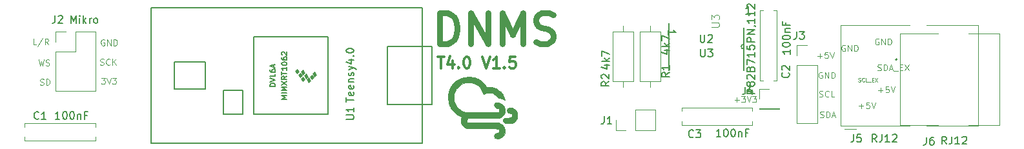
<source format=gbr>
G04 #@! TF.GenerationSoftware,KiCad,Pcbnew,5.1.5+dfsg1-2build2*
G04 #@! TF.CreationDate,2021-02-05T18:22:43+01:00*
G04 #@! TF.ProjectId,DNMS,444e4d53-2e6b-4696-9361-645f70636258,0.9.0*
G04 #@! TF.SameCoordinates,Original*
G04 #@! TF.FileFunction,Legend,Top*
G04 #@! TF.FilePolarity,Positive*
%FSLAX46Y46*%
G04 Gerber Fmt 4.6, Leading zero omitted, Abs format (unit mm)*
G04 Created by KiCad (PCBNEW 5.1.5+dfsg1-2build2) date 2021-02-05 18:22:43*
%MOMM*%
%LPD*%
G04 APERTURE LIST*
%ADD10C,0.100000*%
%ADD11C,0.080000*%
%ADD12C,0.150000*%
%ADD13C,0.300000*%
%ADD14C,0.750000*%
%ADD15C,0.200000*%
%ADD16C,0.120000*%
%ADD17C,0.010000*%
%ADD18C,0.152400*%
%ADD19C,0.015000*%
G04 APERTURE END LIST*
D10*
X173271432Y-83717089D02*
X173385718Y-83755184D01*
X173576194Y-83755184D01*
X173652384Y-83717089D01*
X173690480Y-83678994D01*
X173728575Y-83602803D01*
X173728575Y-83526613D01*
X173690480Y-83450422D01*
X173652384Y-83412327D01*
X173576194Y-83374232D01*
X173423813Y-83336137D01*
X173347622Y-83298041D01*
X173309527Y-83259946D01*
X173271432Y-83183756D01*
X173271432Y-83107565D01*
X173309527Y-83031375D01*
X173347622Y-82993280D01*
X173423813Y-82955184D01*
X173614289Y-82955184D01*
X173728575Y-82993280D01*
X174071432Y-83755184D02*
X174071432Y-82955184D01*
X174261908Y-82955184D01*
X174376194Y-82993280D01*
X174452384Y-83069470D01*
X174490480Y-83145660D01*
X174528575Y-83298041D01*
X174528575Y-83412327D01*
X174490480Y-83564708D01*
X174452384Y-83640899D01*
X174376194Y-83717089D01*
X174261908Y-83755184D01*
X174071432Y-83755184D01*
X174833337Y-83526613D02*
X175214289Y-83526613D01*
X174757146Y-83755184D02*
X175023813Y-82955184D01*
X175290480Y-83755184D01*
X175366670Y-83831375D02*
X175976194Y-83831375D01*
X176166670Y-83336137D02*
X176433337Y-83336137D01*
X176547622Y-83755184D02*
X176166670Y-83755184D01*
X176166670Y-82955184D01*
X176547622Y-82955184D01*
X176814289Y-82955184D02*
X177347622Y-83755184D01*
X177347622Y-82955184D02*
X176814289Y-83755184D01*
D11*
X170730860Y-85198400D02*
X170802288Y-85222210D01*
X170921336Y-85222210D01*
X170968955Y-85198400D01*
X170992764Y-85174591D01*
X171016574Y-85126972D01*
X171016574Y-85079353D01*
X170992764Y-85031734D01*
X170968955Y-85007924D01*
X170921336Y-84984115D01*
X170826098Y-84960305D01*
X170778479Y-84936496D01*
X170754669Y-84912686D01*
X170730860Y-84865067D01*
X170730860Y-84817448D01*
X170754669Y-84769829D01*
X170778479Y-84746020D01*
X170826098Y-84722210D01*
X170945145Y-84722210D01*
X171016574Y-84746020D01*
X171516574Y-85174591D02*
X171492764Y-85198400D01*
X171421336Y-85222210D01*
X171373717Y-85222210D01*
X171302288Y-85198400D01*
X171254669Y-85150781D01*
X171230860Y-85103162D01*
X171207050Y-85007924D01*
X171207050Y-84936496D01*
X171230860Y-84841258D01*
X171254669Y-84793639D01*
X171302288Y-84746020D01*
X171373717Y-84722210D01*
X171421336Y-84722210D01*
X171492764Y-84746020D01*
X171516574Y-84769829D01*
X171968955Y-85222210D02*
X171730860Y-85222210D01*
X171730860Y-84722210D01*
X172016574Y-85269829D02*
X172397526Y-85269829D01*
X172516574Y-84960305D02*
X172683240Y-84960305D01*
X172754669Y-85222210D02*
X172516574Y-85222210D01*
X172516574Y-84722210D01*
X172754669Y-84722210D01*
X172921336Y-84722210D02*
X173254669Y-85222210D01*
X173254669Y-84722210D02*
X172921336Y-85222210D01*
D10*
X170802428Y-88421202D02*
X171411952Y-88421202D01*
X171107190Y-88725964D02*
X171107190Y-88116440D01*
X172173857Y-87925964D02*
X171792904Y-87925964D01*
X171754809Y-88306917D01*
X171792904Y-88268821D01*
X171869095Y-88230726D01*
X172059571Y-88230726D01*
X172135761Y-88268821D01*
X172173857Y-88306917D01*
X172211952Y-88383107D01*
X172211952Y-88573583D01*
X172173857Y-88649774D01*
X172135761Y-88687869D01*
X172059571Y-88725964D01*
X171869095Y-88725964D01*
X171792904Y-88687869D01*
X171754809Y-88649774D01*
X172440523Y-87925964D02*
X172707190Y-88725964D01*
X172973857Y-87925964D01*
X173342428Y-86343482D02*
X173951952Y-86343482D01*
X173647190Y-86648244D02*
X173647190Y-86038720D01*
X174713857Y-85848244D02*
X174332904Y-85848244D01*
X174294809Y-86229197D01*
X174332904Y-86191101D01*
X174409095Y-86153006D01*
X174599571Y-86153006D01*
X174675761Y-86191101D01*
X174713857Y-86229197D01*
X174751952Y-86305387D01*
X174751952Y-86495863D01*
X174713857Y-86572054D01*
X174675761Y-86610149D01*
X174599571Y-86648244D01*
X174409095Y-86648244D01*
X174332904Y-86610149D01*
X174294809Y-86572054D01*
X174980523Y-85848244D02*
X175247190Y-86648244D01*
X175513857Y-85848244D01*
X168978656Y-80443120D02*
X168902465Y-80405024D01*
X168788180Y-80405024D01*
X168673894Y-80443120D01*
X168597703Y-80519310D01*
X168559608Y-80595500D01*
X168521513Y-80747881D01*
X168521513Y-80862167D01*
X168559608Y-81014548D01*
X168597703Y-81090739D01*
X168673894Y-81166929D01*
X168788180Y-81205024D01*
X168864370Y-81205024D01*
X168978656Y-81166929D01*
X169016751Y-81128834D01*
X169016751Y-80862167D01*
X168864370Y-80862167D01*
X169359608Y-81205024D02*
X169359608Y-80405024D01*
X169816751Y-81205024D01*
X169816751Y-80405024D01*
X170197703Y-81205024D02*
X170197703Y-80405024D01*
X170388180Y-80405024D01*
X170502465Y-80443120D01*
X170578656Y-80519310D01*
X170616751Y-80595500D01*
X170654846Y-80747881D01*
X170654846Y-80862167D01*
X170616751Y-81014548D01*
X170578656Y-81090739D01*
X170502465Y-81166929D01*
X170388180Y-81205024D01*
X170197703Y-81205024D01*
X173400796Y-79587140D02*
X173324605Y-79549044D01*
X173210320Y-79549044D01*
X173096034Y-79587140D01*
X173019843Y-79663330D01*
X172981748Y-79739520D01*
X172943653Y-79891901D01*
X172943653Y-80006187D01*
X172981748Y-80158568D01*
X173019843Y-80234759D01*
X173096034Y-80310949D01*
X173210320Y-80349044D01*
X173286510Y-80349044D01*
X173400796Y-80310949D01*
X173438891Y-80272854D01*
X173438891Y-80006187D01*
X173286510Y-80006187D01*
X173781748Y-80349044D02*
X173781748Y-79549044D01*
X174238891Y-80349044D01*
X174238891Y-79549044D01*
X174619843Y-80349044D02*
X174619843Y-79549044D01*
X174810320Y-79549044D01*
X174924605Y-79587140D01*
X175000796Y-79663330D01*
X175038891Y-79739520D01*
X175076986Y-79891901D01*
X175076986Y-80006187D01*
X175038891Y-80158568D01*
X175000796Y-80234759D01*
X174924605Y-80310949D01*
X174810320Y-80349044D01*
X174619843Y-80349044D01*
D12*
X173116050Y-93139520D02*
X172782717Y-92663330D01*
X172544621Y-93139520D02*
X172544621Y-92139520D01*
X172925574Y-92139520D01*
X173020812Y-92187140D01*
X173068431Y-92234759D01*
X173116050Y-92329997D01*
X173116050Y-92472854D01*
X173068431Y-92568092D01*
X173020812Y-92615711D01*
X172925574Y-92663330D01*
X172544621Y-92663330D01*
X173830336Y-92139520D02*
X173830336Y-92853806D01*
X173782717Y-92996663D01*
X173687479Y-93091901D01*
X173544621Y-93139520D01*
X173449383Y-93139520D01*
X174830336Y-93139520D02*
X174258907Y-93139520D01*
X174544621Y-93139520D02*
X174544621Y-92139520D01*
X174449383Y-92282378D01*
X174354145Y-92377616D01*
X174258907Y-92425235D01*
X175211288Y-92234759D02*
X175258907Y-92187140D01*
X175354145Y-92139520D01*
X175592240Y-92139520D01*
X175687479Y-92187140D01*
X175735098Y-92234759D01*
X175782717Y-92329997D01*
X175782717Y-92425235D01*
X175735098Y-92568092D01*
X175163669Y-93139520D01*
X175782717Y-93139520D01*
X67474364Y-77554080D02*
X67474364Y-76554080D01*
X67807698Y-77268366D01*
X68141031Y-76554080D01*
X68141031Y-77554080D01*
X68617221Y-77554080D02*
X68617221Y-76887414D01*
X68617221Y-76554080D02*
X68569602Y-76601700D01*
X68617221Y-76649319D01*
X68664840Y-76601700D01*
X68617221Y-76554080D01*
X68617221Y-76649319D01*
X69093412Y-77554080D02*
X69093412Y-76554080D01*
X69188650Y-77173128D02*
X69474364Y-77554080D01*
X69474364Y-76887414D02*
X69093412Y-77268366D01*
X69902936Y-77554080D02*
X69902936Y-76887414D01*
X69902936Y-77077890D02*
X69950555Y-76982652D01*
X69998174Y-76935033D01*
X70093412Y-76887414D01*
X70188650Y-76887414D01*
X70664840Y-77554080D02*
X70569602Y-77506461D01*
X70521983Y-77458842D01*
X70474364Y-77363604D01*
X70474364Y-77077890D01*
X70521983Y-76982652D01*
X70569602Y-76935033D01*
X70664840Y-76887414D01*
X70807698Y-76887414D01*
X70902936Y-76935033D01*
X70950555Y-76982652D01*
X70998174Y-77077890D01*
X70998174Y-77363604D01*
X70950555Y-77458842D01*
X70902936Y-77506461D01*
X70807698Y-77554080D01*
X70664840Y-77554080D01*
X156546514Y-76322180D02*
X155975085Y-76322180D01*
X156260800Y-76322180D02*
X156260800Y-75322180D01*
X156165561Y-75465038D01*
X156070323Y-75560276D01*
X155975085Y-75607895D01*
X145800819Y-79051114D02*
X145800819Y-78479685D01*
X145800819Y-78765400D02*
X146800819Y-78765400D01*
X146657961Y-78670161D01*
X146562723Y-78574923D01*
X146515104Y-78479685D01*
D10*
X154485516Y-87610942D02*
X155095040Y-87610942D01*
X154790278Y-87915704D02*
X154790278Y-87306180D01*
X155399801Y-87115704D02*
X155895040Y-87115704D01*
X155628373Y-87420466D01*
X155742659Y-87420466D01*
X155818849Y-87458561D01*
X155856944Y-87496657D01*
X155895040Y-87572847D01*
X155895040Y-87763323D01*
X155856944Y-87839514D01*
X155818849Y-87877609D01*
X155742659Y-87915704D01*
X155514087Y-87915704D01*
X155437897Y-87877609D01*
X155399801Y-87839514D01*
X156123611Y-87115704D02*
X156390278Y-87915704D01*
X156656944Y-87115704D01*
X156847420Y-87115704D02*
X157342659Y-87115704D01*
X157075992Y-87420466D01*
X157190278Y-87420466D01*
X157266468Y-87458561D01*
X157304563Y-87496657D01*
X157342659Y-87572847D01*
X157342659Y-87763323D01*
X157304563Y-87839514D01*
X157266468Y-87877609D01*
X157190278Y-87915704D01*
X156961706Y-87915704D01*
X156885516Y-87877609D01*
X156847420Y-87839514D01*
X62953971Y-80371904D02*
X62573019Y-80371904D01*
X62573019Y-79571904D01*
X63792066Y-79533809D02*
X63106352Y-80562380D01*
X64515876Y-80371904D02*
X64249209Y-79990952D01*
X64058733Y-80371904D02*
X64058733Y-79571904D01*
X64363495Y-79571904D01*
X64439685Y-79610000D01*
X64477780Y-79648095D01*
X64515876Y-79724285D01*
X64515876Y-79838571D01*
X64477780Y-79914761D01*
X64439685Y-79952857D01*
X64363495Y-79990952D01*
X64058733Y-79990952D01*
X63233390Y-82315104D02*
X63423866Y-83115104D01*
X63576247Y-82543676D01*
X63728628Y-83115104D01*
X63919104Y-82315104D01*
X64185771Y-83077009D02*
X64300057Y-83115104D01*
X64490533Y-83115104D01*
X64566723Y-83077009D01*
X64604819Y-83038914D01*
X64642914Y-82962723D01*
X64642914Y-82886533D01*
X64604819Y-82810342D01*
X64566723Y-82772247D01*
X64490533Y-82734152D01*
X64338152Y-82696057D01*
X64261961Y-82657961D01*
X64223866Y-82619866D01*
X64185771Y-82543676D01*
X64185771Y-82467485D01*
X64223866Y-82391295D01*
X64261961Y-82353200D01*
X64338152Y-82315104D01*
X64528628Y-82315104D01*
X64642914Y-82353200D01*
X63455628Y-85617009D02*
X63569914Y-85655104D01*
X63760390Y-85655104D01*
X63836580Y-85617009D01*
X63874676Y-85578914D01*
X63912771Y-85502723D01*
X63912771Y-85426533D01*
X63874676Y-85350342D01*
X63836580Y-85312247D01*
X63760390Y-85274152D01*
X63608009Y-85236057D01*
X63531819Y-85197961D01*
X63493723Y-85159866D01*
X63455628Y-85083676D01*
X63455628Y-85007485D01*
X63493723Y-84931295D01*
X63531819Y-84893200D01*
X63608009Y-84855104D01*
X63798485Y-84855104D01*
X63912771Y-84893200D01*
X64255628Y-85655104D02*
X64255628Y-84855104D01*
X64446104Y-84855104D01*
X64560390Y-84893200D01*
X64636580Y-84969390D01*
X64674676Y-85045580D01*
X64712771Y-85197961D01*
X64712771Y-85312247D01*
X64674676Y-85464628D01*
X64636580Y-85540819D01*
X64560390Y-85617009D01*
X64446104Y-85655104D01*
X64255628Y-85655104D01*
D13*
X115534774Y-81949551D02*
X116391917Y-81949551D01*
X115963345Y-83449551D02*
X115963345Y-81949551D01*
X117534774Y-82449551D02*
X117534774Y-83449551D01*
X117177631Y-81878122D02*
X116820488Y-82949551D01*
X117749060Y-82949551D01*
X118320488Y-83306694D02*
X118391917Y-83378122D01*
X118320488Y-83449551D01*
X118249060Y-83378122D01*
X118320488Y-83306694D01*
X118320488Y-83449551D01*
X119320488Y-81949551D02*
X119463345Y-81949551D01*
X119606202Y-82020980D01*
X119677631Y-82092408D01*
X119749060Y-82235265D01*
X119820488Y-82520980D01*
X119820488Y-82878122D01*
X119749060Y-83163837D01*
X119677631Y-83306694D01*
X119606202Y-83378122D01*
X119463345Y-83449551D01*
X119320488Y-83449551D01*
X119177631Y-83378122D01*
X119106202Y-83306694D01*
X119034774Y-83163837D01*
X118963345Y-82878122D01*
X118963345Y-82520980D01*
X119034774Y-82235265D01*
X119106202Y-82092408D01*
X119177631Y-82020980D01*
X119320488Y-81949551D01*
X121391917Y-81949551D02*
X121891917Y-83449551D01*
X122391917Y-81949551D01*
X123677631Y-83449551D02*
X122820488Y-83449551D01*
X123249060Y-83449551D02*
X123249060Y-81949551D01*
X123106202Y-82163837D01*
X122963345Y-82306694D01*
X122820488Y-82378122D01*
X124320488Y-83306694D02*
X124391917Y-83378122D01*
X124320488Y-83449551D01*
X124249060Y-83378122D01*
X124320488Y-83306694D01*
X124320488Y-83449551D01*
X125749060Y-81949551D02*
X125034774Y-81949551D01*
X124963345Y-82663837D01*
X125034774Y-82592408D01*
X125177631Y-82520980D01*
X125534774Y-82520980D01*
X125677631Y-82592408D01*
X125749060Y-82663837D01*
X125820488Y-82806694D01*
X125820488Y-83163837D01*
X125749060Y-83306694D01*
X125677631Y-83378122D01*
X125534774Y-83449551D01*
X125177631Y-83449551D01*
X125034774Y-83378122D01*
X124963345Y-83306694D01*
D10*
X71450323Y-84728104D02*
X71945561Y-84728104D01*
X71678895Y-85032866D01*
X71793180Y-85032866D01*
X71869371Y-85070961D01*
X71907466Y-85109057D01*
X71945561Y-85185247D01*
X71945561Y-85375723D01*
X71907466Y-85451914D01*
X71869371Y-85490009D01*
X71793180Y-85528104D01*
X71564609Y-85528104D01*
X71488419Y-85490009D01*
X71450323Y-85451914D01*
X72174133Y-84728104D02*
X72440800Y-85528104D01*
X72707466Y-84728104D01*
X72897942Y-84728104D02*
X73393180Y-84728104D01*
X73126514Y-85032866D01*
X73240800Y-85032866D01*
X73316990Y-85070961D01*
X73355085Y-85109057D01*
X73393180Y-85185247D01*
X73393180Y-85375723D01*
X73355085Y-85451914D01*
X73316990Y-85490009D01*
X73240800Y-85528104D01*
X73012228Y-85528104D01*
X72936038Y-85490009D01*
X72897942Y-85451914D01*
X71336028Y-83000809D02*
X71450314Y-83038904D01*
X71640790Y-83038904D01*
X71716980Y-83000809D01*
X71755076Y-82962714D01*
X71793171Y-82886523D01*
X71793171Y-82810333D01*
X71755076Y-82734142D01*
X71716980Y-82696047D01*
X71640790Y-82657952D01*
X71488409Y-82619857D01*
X71412219Y-82581761D01*
X71374123Y-82543666D01*
X71336028Y-82467476D01*
X71336028Y-82391285D01*
X71374123Y-82315095D01*
X71412219Y-82277000D01*
X71488409Y-82238904D01*
X71678885Y-82238904D01*
X71793171Y-82277000D01*
X72593171Y-82962714D02*
X72555076Y-83000809D01*
X72440790Y-83038904D01*
X72364600Y-83038904D01*
X72250314Y-83000809D01*
X72174123Y-82924619D01*
X72136028Y-82848428D01*
X72097933Y-82696047D01*
X72097933Y-82581761D01*
X72136028Y-82429380D01*
X72174123Y-82353190D01*
X72250314Y-82277000D01*
X72364600Y-82238904D01*
X72440790Y-82238904D01*
X72555076Y-82277000D01*
X72593171Y-82315095D01*
X72936028Y-83038904D02*
X72936028Y-82238904D01*
X73393171Y-83038904D02*
X73050314Y-82581761D01*
X73393171Y-82238904D02*
X72936028Y-82696047D01*
X71856676Y-79711600D02*
X71780485Y-79673504D01*
X71666200Y-79673504D01*
X71551914Y-79711600D01*
X71475723Y-79787790D01*
X71437628Y-79863980D01*
X71399533Y-80016361D01*
X71399533Y-80130647D01*
X71437628Y-80283028D01*
X71475723Y-80359219D01*
X71551914Y-80435409D01*
X71666200Y-80473504D01*
X71742390Y-80473504D01*
X71856676Y-80435409D01*
X71894771Y-80397314D01*
X71894771Y-80130647D01*
X71742390Y-80130647D01*
X72237628Y-80473504D02*
X72237628Y-79673504D01*
X72694771Y-80473504D01*
X72694771Y-79673504D01*
X73075723Y-80473504D02*
X73075723Y-79673504D01*
X73266200Y-79673504D01*
X73380485Y-79711600D01*
X73456676Y-79787790D01*
X73494771Y-79863980D01*
X73532866Y-80016361D01*
X73532866Y-80130647D01*
X73494771Y-80283028D01*
X73456676Y-80359219D01*
X73380485Y-80435409D01*
X73266200Y-80473504D01*
X73075723Y-80473504D01*
X165713531Y-89876589D02*
X165827817Y-89914684D01*
X166018293Y-89914684D01*
X166094483Y-89876589D01*
X166132579Y-89838494D01*
X166170674Y-89762303D01*
X166170674Y-89686113D01*
X166132579Y-89609922D01*
X166094483Y-89571827D01*
X166018293Y-89533732D01*
X165865912Y-89495637D01*
X165789721Y-89457541D01*
X165751626Y-89419446D01*
X165713531Y-89343256D01*
X165713531Y-89267065D01*
X165751626Y-89190875D01*
X165789721Y-89152780D01*
X165865912Y-89114684D01*
X166056388Y-89114684D01*
X166170674Y-89152780D01*
X166513531Y-89914684D02*
X166513531Y-89114684D01*
X166704007Y-89114684D01*
X166818293Y-89152780D01*
X166894483Y-89228970D01*
X166932579Y-89305160D01*
X166970674Y-89457541D01*
X166970674Y-89571827D01*
X166932579Y-89724208D01*
X166894483Y-89800399D01*
X166818293Y-89876589D01*
X166704007Y-89914684D01*
X166513531Y-89914684D01*
X167275436Y-89686113D02*
X167656388Y-89686113D01*
X167199245Y-89914684D02*
X167465912Y-89114684D01*
X167732579Y-89914684D01*
X165600499Y-87171489D02*
X165714784Y-87209584D01*
X165905260Y-87209584D01*
X165981451Y-87171489D01*
X166019546Y-87133394D01*
X166057641Y-87057203D01*
X166057641Y-86981013D01*
X166019546Y-86904822D01*
X165981451Y-86866727D01*
X165905260Y-86828632D01*
X165752880Y-86790537D01*
X165676689Y-86752441D01*
X165638594Y-86714346D01*
X165600499Y-86638156D01*
X165600499Y-86561965D01*
X165638594Y-86485775D01*
X165676689Y-86447680D01*
X165752880Y-86409584D01*
X165943356Y-86409584D01*
X166057641Y-86447680D01*
X166857641Y-87133394D02*
X166819546Y-87171489D01*
X166705260Y-87209584D01*
X166629070Y-87209584D01*
X166514784Y-87171489D01*
X166438594Y-87095299D01*
X166400499Y-87019108D01*
X166362403Y-86866727D01*
X166362403Y-86752441D01*
X166400499Y-86600060D01*
X166438594Y-86523870D01*
X166514784Y-86447680D01*
X166629070Y-86409584D01*
X166705260Y-86409584D01*
X166819546Y-86447680D01*
X166857641Y-86485775D01*
X167581451Y-87209584D02*
X167200499Y-87209584D01*
X167200499Y-86409584D01*
X165976376Y-84006740D02*
X165900185Y-83968644D01*
X165785900Y-83968644D01*
X165671614Y-84006740D01*
X165595423Y-84082930D01*
X165557328Y-84159120D01*
X165519233Y-84311501D01*
X165519233Y-84425787D01*
X165557328Y-84578168D01*
X165595423Y-84654359D01*
X165671614Y-84730549D01*
X165785900Y-84768644D01*
X165862090Y-84768644D01*
X165976376Y-84730549D01*
X166014471Y-84692454D01*
X166014471Y-84425787D01*
X165862090Y-84425787D01*
X166357328Y-84768644D02*
X166357328Y-83968644D01*
X166814471Y-84768644D01*
X166814471Y-83968644D01*
X167195423Y-84768644D02*
X167195423Y-83968644D01*
X167385900Y-83968644D01*
X167500185Y-84006740D01*
X167576376Y-84082930D01*
X167614471Y-84159120D01*
X167652566Y-84311501D01*
X167652566Y-84425787D01*
X167614471Y-84578168D01*
X167576376Y-84654359D01*
X167500185Y-84730549D01*
X167385900Y-84768644D01*
X167195423Y-84768644D01*
X165361748Y-81824822D02*
X165971272Y-81824822D01*
X165666510Y-82129584D02*
X165666510Y-81520060D01*
X166733177Y-81329584D02*
X166352224Y-81329584D01*
X166314129Y-81710537D01*
X166352224Y-81672441D01*
X166428415Y-81634346D01*
X166618891Y-81634346D01*
X166695081Y-81672441D01*
X166733177Y-81710537D01*
X166771272Y-81786727D01*
X166771272Y-81977203D01*
X166733177Y-82053394D01*
X166695081Y-82091489D01*
X166618891Y-82129584D01*
X166428415Y-82129584D01*
X166352224Y-82091489D01*
X166314129Y-82053394D01*
X166999843Y-81329584D02*
X167266510Y-82129584D01*
X167533177Y-81329584D01*
D14*
X115869366Y-80219323D02*
X115869366Y-76219323D01*
X116821747Y-76219323D01*
X117393176Y-76409800D01*
X117774128Y-76790752D01*
X117964604Y-77171704D01*
X118155080Y-77933609D01*
X118155080Y-78505038D01*
X117964604Y-79266942D01*
X117774128Y-79647895D01*
X117393176Y-80028847D01*
X116821747Y-80219323D01*
X115869366Y-80219323D01*
X119869366Y-80219323D02*
X119869366Y-76219323D01*
X122155080Y-80219323D01*
X122155080Y-76219323D01*
X124059842Y-80219323D02*
X124059842Y-76219323D01*
X125393176Y-79076466D01*
X126726509Y-76219323D01*
X126726509Y-80219323D01*
X128440795Y-80028847D02*
X129012223Y-80219323D01*
X129964604Y-80219323D01*
X130345557Y-80028847D01*
X130536033Y-79838371D01*
X130726509Y-79457419D01*
X130726509Y-79076466D01*
X130536033Y-78695514D01*
X130345557Y-78505038D01*
X129964604Y-78314561D01*
X129202700Y-78124085D01*
X128821747Y-77933609D01*
X128631271Y-77743133D01*
X128440795Y-77362180D01*
X128440795Y-76981228D01*
X128631271Y-76600276D01*
X128821747Y-76409800D01*
X129202700Y-76219323D01*
X130155080Y-76219323D01*
X130726509Y-76409800D01*
D10*
X181202480Y-90912200D02*
X176202480Y-90912200D01*
X176202480Y-90912200D02*
X176202480Y-78912200D01*
X176202480Y-78912200D02*
X181202480Y-78912200D01*
X185202480Y-90912200D02*
X189202480Y-90912200D01*
X189202480Y-90912200D02*
X189202480Y-78912200D01*
X189202480Y-78912200D02*
X185202480Y-78912200D01*
D15*
X175702480Y-82412200D02*
X175702480Y-82412200D01*
X175702480Y-82212200D02*
X175702480Y-82212200D01*
X175702480Y-82212200D02*
G75*
G03X175702480Y-82412200I0J-100000D01*
G01*
X175702480Y-82412200D02*
G75*
G03X175702480Y-82212200I0J100000D01*
G01*
D16*
X168406440Y-90998560D02*
X168406440Y-77798560D01*
X168406440Y-77798560D02*
X177426440Y-77798560D01*
D10*
X186286440Y-77798560D02*
X186406440Y-77798560D01*
D16*
X186406440Y-77798560D02*
X179626440Y-77798560D01*
D10*
X186396440Y-77798560D02*
X186406440Y-77798560D01*
D16*
X186406440Y-77798560D02*
X186406440Y-90998560D01*
X186406440Y-90998560D02*
X179626440Y-90998560D01*
D10*
X177356440Y-90998560D02*
X177426440Y-90998560D01*
D16*
X177426440Y-90998560D02*
X168406440Y-90998560D01*
X170406440Y-91468560D02*
X168876440Y-91468560D01*
X157699400Y-86147600D02*
X159029400Y-86147600D01*
X157699400Y-87477600D02*
X157699400Y-86147600D01*
X157699400Y-88747600D02*
X160359400Y-88747600D01*
X160359400Y-88747600D02*
X160359400Y-88807600D01*
X157699400Y-88747600D02*
X157699400Y-88807600D01*
X157699400Y-88807600D02*
X160359400Y-88807600D01*
X147542200Y-88650200D02*
X156782200Y-88650200D01*
X147542200Y-90890200D02*
X156782200Y-90890200D01*
X147542200Y-88650200D02*
X147542200Y-89105200D01*
X147542200Y-90435200D02*
X147542200Y-90890200D01*
X156782200Y-88650200D02*
X156782200Y-89105200D01*
X156782200Y-90435200D02*
X156782200Y-90890200D01*
X157807800Y-85080400D02*
X157807800Y-75840400D01*
X160047800Y-85080400D02*
X160047800Y-75840400D01*
X157807800Y-85080400D02*
X158262800Y-85080400D01*
X159592800Y-85080400D02*
X160047800Y-85080400D01*
X157807800Y-75840400D02*
X158262800Y-75840400D01*
X159592800Y-75840400D02*
X160047800Y-75840400D01*
X70669200Y-92947400D02*
X61429200Y-92947400D01*
X70669200Y-90707400D02*
X61429200Y-90707400D01*
X70669200Y-92947400D02*
X70669200Y-92492400D01*
X70669200Y-91162400D02*
X70669200Y-90707400D01*
X61429200Y-92947400D02*
X61429200Y-92492400D01*
X61429200Y-91162400D02*
X61429200Y-90707400D01*
D10*
G36*
X99669600Y-84302600D02*
G01*
X99415600Y-84556600D01*
X99161600Y-84175600D01*
X99415600Y-83921600D01*
X99669600Y-84302600D01*
G37*
X99669600Y-84302600D02*
X99415600Y-84556600D01*
X99161600Y-84175600D01*
X99415600Y-83921600D01*
X99669600Y-84302600D01*
G36*
X99288600Y-84683600D02*
G01*
X99034600Y-84937600D01*
X98780600Y-84556600D01*
X99034600Y-84302600D01*
X99288600Y-84683600D01*
G37*
X99288600Y-84683600D02*
X99034600Y-84937600D01*
X98780600Y-84556600D01*
X99034600Y-84302600D01*
X99288600Y-84683600D01*
G36*
X97383600Y-83921600D02*
G01*
X97129600Y-84175600D01*
X96875600Y-83794600D01*
X97129600Y-83540600D01*
X97383600Y-83921600D01*
G37*
X97383600Y-83921600D02*
X97129600Y-84175600D01*
X96875600Y-83794600D01*
X97129600Y-83540600D01*
X97383600Y-83921600D01*
G36*
X97764600Y-84429600D02*
G01*
X97510600Y-84683600D01*
X97256600Y-84302600D01*
X97510600Y-84048600D01*
X97764600Y-84429600D01*
G37*
X97764600Y-84429600D02*
X97510600Y-84683600D01*
X97256600Y-84302600D01*
X97510600Y-84048600D01*
X97764600Y-84429600D01*
G36*
X98145600Y-84937600D02*
G01*
X97891600Y-85191600D01*
X97637600Y-84810600D01*
X97891600Y-84556600D01*
X98145600Y-84937600D01*
G37*
X98145600Y-84937600D02*
X97891600Y-85191600D01*
X97637600Y-84810600D01*
X97891600Y-84556600D01*
X98145600Y-84937600D01*
G36*
X98145600Y-84048600D02*
G01*
X97891600Y-84302600D01*
X97637600Y-83921600D01*
X97891600Y-83667600D01*
X98145600Y-84048600D01*
G37*
X98145600Y-84048600D02*
X97891600Y-84302600D01*
X97637600Y-83921600D01*
X97891600Y-83667600D01*
X98145600Y-84048600D01*
G36*
X98526600Y-84556600D02*
G01*
X98272600Y-84810600D01*
X98018600Y-84429600D01*
X98272600Y-84175600D01*
X98526600Y-84556600D01*
G37*
X98526600Y-84556600D02*
X98272600Y-84810600D01*
X98018600Y-84429600D01*
X98272600Y-84175600D01*
X98526600Y-84556600D01*
G36*
X98907600Y-85064600D02*
G01*
X98653600Y-85318600D01*
X98399600Y-84937600D01*
X98653600Y-84683600D01*
X98907600Y-85064600D01*
G37*
X98907600Y-85064600D02*
X98653600Y-85318600D01*
X98399600Y-84937600D01*
X98653600Y-84683600D01*
X98907600Y-85064600D01*
D12*
X90017600Y-86334600D02*
X90017600Y-89509600D01*
X87477600Y-86334600D02*
X90017600Y-86334600D01*
X87477600Y-89509600D02*
X87477600Y-86334600D01*
X90017600Y-89509600D02*
X87477600Y-89509600D01*
X113512600Y-75539600D02*
X113512600Y-93319600D01*
X77952600Y-75539600D02*
X113512600Y-75539600D01*
X77952600Y-93319600D02*
X77952600Y-75539600D01*
X113512600Y-93319600D02*
X77952600Y-93319600D01*
X91414600Y-79349600D02*
X101193600Y-79349600D01*
X91414600Y-89509600D02*
X101193600Y-89509600D01*
X101193600Y-89509600D02*
X101193600Y-79349600D01*
X91414600Y-79349600D02*
X91414600Y-89509600D01*
X85064600Y-86207600D02*
X81000600Y-86207600D01*
X85064600Y-82651600D02*
X85064600Y-86207600D01*
X81000600Y-82651600D02*
X85064600Y-82651600D01*
X81000600Y-86207600D02*
X81000600Y-82651600D01*
X108940600Y-80619600D02*
X113512600Y-80619600D01*
X108940600Y-88239600D02*
X113512600Y-88239600D01*
X108940600Y-80619600D02*
X108940600Y-88239600D01*
X114782600Y-88239600D02*
X113512600Y-88239600D01*
X114782600Y-80619600D02*
X114782600Y-88239600D01*
X113512600Y-80619600D02*
X114782600Y-80619600D01*
D16*
X65472000Y-78680000D02*
X66802000Y-78680000D01*
X65472000Y-80010000D02*
X65472000Y-78680000D01*
X68072000Y-78680000D02*
X70672000Y-78680000D01*
X68072000Y-81280000D02*
X68072000Y-78680000D01*
X65472000Y-81280000D02*
X68072000Y-81280000D01*
X70672000Y-78680000D02*
X70672000Y-86420000D01*
X65472000Y-81280000D02*
X65472000Y-86420000D01*
X65472000Y-86420000D02*
X70672000Y-86420000D01*
D17*
G36*
X125245429Y-88633740D02*
G01*
X125361483Y-88672012D01*
X125587414Y-88780127D01*
X125767540Y-88919529D01*
X125916516Y-89102100D01*
X125943053Y-89143528D01*
X125977482Y-89210671D01*
X126000380Y-89289588D01*
X126014816Y-89396584D01*
X126023860Y-89547968D01*
X126025086Y-89579396D01*
X126027066Y-89782801D01*
X126013032Y-89940347D01*
X125978765Y-90068572D01*
X125920047Y-90184011D01*
X125844085Y-90289050D01*
X125763277Y-90386765D01*
X125696138Y-90454704D01*
X125621535Y-90510392D01*
X125518334Y-90571355D01*
X125474425Y-90595604D01*
X125406744Y-90630562D01*
X125343835Y-90655035D01*
X125271966Y-90671211D01*
X125177406Y-90681276D01*
X125046426Y-90687419D01*
X124871175Y-90691707D01*
X124704259Y-90693029D01*
X124555778Y-90690356D01*
X124439477Y-90684213D01*
X124369103Y-90675125D01*
X124359622Y-90672175D01*
X124256093Y-90596387D01*
X124186647Y-90482656D01*
X124155067Y-90348846D01*
X124165139Y-90212820D01*
X124220648Y-90092444D01*
X124233413Y-90076507D01*
X124268982Y-90038488D01*
X124306856Y-90012464D01*
X124359969Y-89995385D01*
X124441258Y-89984203D01*
X124563659Y-89975866D01*
X124685851Y-89969852D01*
X124901053Y-89955732D01*
X125060659Y-89933541D01*
X125172456Y-89899082D01*
X125244231Y-89848155D01*
X125283768Y-89776563D01*
X125298854Y-89680107D01*
X125299800Y-89638819D01*
X125272801Y-89518833D01*
X125200914Y-89425744D01*
X125097801Y-89374122D01*
X125046126Y-89368300D01*
X124946587Y-89350398D01*
X124862120Y-89312750D01*
X124751492Y-89226616D01*
X124690580Y-89133804D01*
X124667315Y-89012979D01*
X124665856Y-88965799D01*
X124669489Y-88863960D01*
X124690243Y-88797976D01*
X124740416Y-88740386D01*
X124783159Y-88703861D01*
X124913875Y-88628955D01*
X125065747Y-88605703D01*
X125245429Y-88633740D01*
G37*
X125245429Y-88633740D02*
X125361483Y-88672012D01*
X125587414Y-88780127D01*
X125767540Y-88919529D01*
X125916516Y-89102100D01*
X125943053Y-89143528D01*
X125977482Y-89210671D01*
X126000380Y-89289588D01*
X126014816Y-89396584D01*
X126023860Y-89547968D01*
X126025086Y-89579396D01*
X126027066Y-89782801D01*
X126013032Y-89940347D01*
X125978765Y-90068572D01*
X125920047Y-90184011D01*
X125844085Y-90289050D01*
X125763277Y-90386765D01*
X125696138Y-90454704D01*
X125621535Y-90510392D01*
X125518334Y-90571355D01*
X125474425Y-90595604D01*
X125406744Y-90630562D01*
X125343835Y-90655035D01*
X125271966Y-90671211D01*
X125177406Y-90681276D01*
X125046426Y-90687419D01*
X124871175Y-90691707D01*
X124704259Y-90693029D01*
X124555778Y-90690356D01*
X124439477Y-90684213D01*
X124369103Y-90675125D01*
X124359622Y-90672175D01*
X124256093Y-90596387D01*
X124186647Y-90482656D01*
X124155067Y-90348846D01*
X124165139Y-90212820D01*
X124220648Y-90092444D01*
X124233413Y-90076507D01*
X124268982Y-90038488D01*
X124306856Y-90012464D01*
X124359969Y-89995385D01*
X124441258Y-89984203D01*
X124563659Y-89975866D01*
X124685851Y-89969852D01*
X124901053Y-89955732D01*
X125060659Y-89933541D01*
X125172456Y-89899082D01*
X125244231Y-89848155D01*
X125283768Y-89776563D01*
X125298854Y-89680107D01*
X125299800Y-89638819D01*
X125272801Y-89518833D01*
X125200914Y-89425744D01*
X125097801Y-89374122D01*
X125046126Y-89368300D01*
X124946587Y-89350398D01*
X124862120Y-89312750D01*
X124751492Y-89226616D01*
X124690580Y-89133804D01*
X124667315Y-89012979D01*
X124665856Y-88965799D01*
X124669489Y-88863960D01*
X124690243Y-88797976D01*
X124740416Y-88740386D01*
X124783159Y-88703861D01*
X124913875Y-88628955D01*
X125065747Y-88605703D01*
X125245429Y-88633740D01*
G36*
X119923959Y-84613785D02*
G01*
X120172561Y-84636623D01*
X120386919Y-84672640D01*
X120555714Y-84720161D01*
X120622696Y-84749368D01*
X120692621Y-84782081D01*
X120736859Y-84796097D01*
X120737216Y-84796104D01*
X120774244Y-84811125D01*
X120852235Y-84851196D01*
X120957457Y-84909111D01*
X121014399Y-84941590D01*
X121236402Y-85089034D01*
X121459445Y-85271646D01*
X121664931Y-85472369D01*
X121834260Y-85674149D01*
X121872887Y-85728851D01*
X122009754Y-85932147D01*
X122313339Y-85930727D01*
X122504246Y-85936491D01*
X122692030Y-85953917D01*
X122859861Y-85980583D01*
X122990908Y-86014069D01*
X123043657Y-86035781D01*
X123100056Y-86063429D01*
X123189620Y-86105470D01*
X123247784Y-86132195D01*
X123327139Y-86175548D01*
X123429992Y-86241610D01*
X123544125Y-86321235D01*
X123657318Y-86405275D01*
X123757353Y-86484581D01*
X123832011Y-86550007D01*
X123869073Y-86592403D01*
X123871050Y-86598819D01*
X123890690Y-86635939D01*
X123938755Y-86695464D01*
X123946550Y-86703997D01*
X124011268Y-86788867D01*
X124087053Y-86910429D01*
X124163897Y-87049800D01*
X124231794Y-87188099D01*
X124280735Y-87306443D01*
X124298498Y-87368050D01*
X124323177Y-87466433D01*
X124353860Y-87549281D01*
X124354488Y-87550564D01*
X124376583Y-87615165D01*
X124356993Y-87639394D01*
X124292734Y-87623786D01*
X124198702Y-87578502D01*
X124026880Y-87491214D01*
X123888513Y-87432033D01*
X123764344Y-87393660D01*
X123652356Y-87371440D01*
X123531175Y-87341992D01*
X123455839Y-87295699D01*
X123433770Y-87269314D01*
X123300012Y-87099473D01*
X123150771Y-86960316D01*
X122970406Y-86839610D01*
X122743273Y-86725117D01*
X122731023Y-86719611D01*
X122667190Y-86704963D01*
X122557848Y-86693453D01*
X122420967Y-86686627D01*
X122334148Y-86685425D01*
X122160775Y-86688923D01*
X122027541Y-86703180D01*
X121911288Y-86733836D01*
X121788860Y-86786533D01*
X121675401Y-86845902D01*
X121604118Y-86881842D01*
X121569066Y-86879232D01*
X121551694Y-86828600D01*
X121543205Y-86778397D01*
X121508230Y-86655521D01*
X121442673Y-86501974D01*
X121356219Y-86336187D01*
X121258555Y-86176586D01*
X121159369Y-86041600D01*
X121150182Y-86030683D01*
X120979183Y-85853786D01*
X120787607Y-85694552D01*
X120595515Y-85568846D01*
X120513028Y-85526885D01*
X120415670Y-85481849D01*
X120336169Y-85443768D01*
X120309773Y-85430418D01*
X120209336Y-85395612D01*
X120061090Y-85368065D01*
X119880477Y-85349394D01*
X119682935Y-85341216D01*
X119491904Y-85344728D01*
X119184578Y-85379443D01*
X118913459Y-85453447D01*
X118660968Y-85572273D01*
X118549425Y-85641388D01*
X118427972Y-85733938D01*
X118295671Y-85853822D01*
X118167544Y-85985469D01*
X118058611Y-86113306D01*
X117983893Y-86221763D01*
X117976721Y-86235092D01*
X117937069Y-86306695D01*
X117907784Y-86349642D01*
X117905259Y-86352050D01*
X117879002Y-86394191D01*
X117841090Y-86479462D01*
X117798195Y-86590195D01*
X117756987Y-86708721D01*
X117724137Y-86817371D01*
X117713471Y-86860050D01*
X117693896Y-86990786D01*
X117684201Y-87152879D01*
X117683598Y-87331787D01*
X117691302Y-87512964D01*
X117706527Y-87681866D01*
X117728486Y-87823951D01*
X117756395Y-87924674D01*
X117772662Y-87955425D01*
X117798924Y-88004602D01*
X117832893Y-88084131D01*
X117838364Y-88098300D01*
X117949576Y-88319614D01*
X118109764Y-88540391D01*
X118305873Y-88746503D01*
X118524849Y-88923824D01*
X118701224Y-89032060D01*
X118789355Y-89078142D01*
X118869539Y-89117940D01*
X118946984Y-89151914D01*
X119026898Y-89180526D01*
X119114488Y-89204236D01*
X119214960Y-89223504D01*
X119333524Y-89238792D01*
X119475386Y-89250559D01*
X119645753Y-89259266D01*
X119849834Y-89265375D01*
X120092835Y-89269345D01*
X120379964Y-89271637D01*
X120716429Y-89272712D01*
X121107436Y-89273030D01*
X121425684Y-89273050D01*
X123449027Y-89273050D01*
X123533038Y-89195191D01*
X123591292Y-89123731D01*
X123614714Y-89036612D01*
X123617050Y-88978475D01*
X123594508Y-88847260D01*
X123524599Y-88755060D01*
X123403892Y-88698337D01*
X123330943Y-88683271D01*
X123172999Y-88629740D01*
X123085237Y-88564330D01*
X123021521Y-88495265D01*
X122991341Y-88427946D01*
X122983122Y-88333134D01*
X122983106Y-88306384D01*
X122999959Y-88165724D01*
X123055416Y-88063600D01*
X123160090Y-87983704D01*
X123209659Y-87958286D01*
X123271024Y-87932022D01*
X123325382Y-87921149D01*
X123391944Y-87926086D01*
X123489920Y-87947252D01*
X123564365Y-87966015D01*
X123823559Y-88059602D01*
X124034853Y-88194421D01*
X124196962Y-88368834D01*
X124308599Y-88581203D01*
X124368479Y-88829888D01*
X124379050Y-89003933D01*
X124375767Y-89127624D01*
X124367026Y-89225327D01*
X124354488Y-89280979D01*
X124349742Y-89287415D01*
X124322070Y-89329072D01*
X124300917Y-89394394D01*
X124260892Y-89483310D01*
X124182542Y-89592465D01*
X124079962Y-89706260D01*
X123967245Y-89809093D01*
X123858487Y-89885365D01*
X123856152Y-89886678D01*
X123801447Y-89916007D01*
X123746677Y-89941198D01*
X123686781Y-89962568D01*
X123616696Y-89980428D01*
X123531359Y-89995093D01*
X123425709Y-90006876D01*
X123294681Y-90016091D01*
X123133214Y-90023051D01*
X122936244Y-90028071D01*
X122698711Y-90031463D01*
X122415550Y-90033542D01*
X122081699Y-90034620D01*
X121692097Y-90035013D01*
X121461123Y-90035050D01*
X119530572Y-90035050D01*
X119446561Y-90112908D01*
X119379847Y-90214523D01*
X119360982Y-90337951D01*
X119390946Y-90462161D01*
X119427491Y-90521795D01*
X119492432Y-90604355D01*
X121546803Y-90613390D01*
X123601175Y-90622425D01*
X123798876Y-90728887D01*
X124016316Y-90877562D01*
X124185336Y-91058392D01*
X124304660Y-91263283D01*
X124373012Y-91484140D01*
X124389116Y-91712868D01*
X124351695Y-91941371D01*
X124259473Y-92161556D01*
X124111173Y-92365327D01*
X124064475Y-92413450D01*
X123905879Y-92541683D01*
X123735011Y-92622900D01*
X123535642Y-92663182D01*
X123379209Y-92670300D01*
X123257111Y-92667986D01*
X123178715Y-92657288D01*
X123124281Y-92632569D01*
X123074070Y-92588191D01*
X123067365Y-92581250D01*
X123012119Y-92509321D01*
X122987064Y-92427980D01*
X122982050Y-92333190D01*
X123001036Y-92198584D01*
X123062401Y-92096003D01*
X123172749Y-92018651D01*
X123338686Y-91959731D01*
X123347175Y-91957506D01*
X123455006Y-91922829D01*
X123540109Y-91883318D01*
X123577362Y-91854524D01*
X123605713Y-91778806D01*
X123615970Y-91672084D01*
X123607410Y-91564434D01*
X123585970Y-91496802D01*
X123569726Y-91471169D01*
X123547368Y-91449192D01*
X123514217Y-91430590D01*
X123465594Y-91415082D01*
X123396820Y-91402390D01*
X123303216Y-91392232D01*
X123180103Y-91384328D01*
X123022801Y-91378398D01*
X122826633Y-91374163D01*
X122586918Y-91371341D01*
X122298979Y-91369653D01*
X121958135Y-91368819D01*
X121559708Y-91368558D01*
X121444107Y-91368550D01*
X121020718Y-91368449D01*
X120655840Y-91367854D01*
X120344482Y-91366321D01*
X120081656Y-91363408D01*
X119862372Y-91358671D01*
X119681640Y-91351668D01*
X119534470Y-91341957D01*
X119415875Y-91329094D01*
X119320863Y-91312637D01*
X119244445Y-91292143D01*
X119181632Y-91267170D01*
X119127434Y-91237275D01*
X119076862Y-91202015D01*
X119024926Y-91160948D01*
X119015221Y-91153046D01*
X118875559Y-91031604D01*
X118780495Y-90928587D01*
X118719356Y-90831154D01*
X118692938Y-90765300D01*
X118661376Y-90683407D01*
X118631876Y-90628163D01*
X118628464Y-90624012D01*
X118610275Y-90570853D01*
X118601254Y-90473203D01*
X118600783Y-90349313D01*
X118608243Y-90217432D01*
X118623015Y-90095813D01*
X118644480Y-90002705D01*
X118650034Y-89987870D01*
X118678799Y-89912315D01*
X118690651Y-89867170D01*
X118689722Y-89862484D01*
X118657788Y-89846586D01*
X118585903Y-89812995D01*
X118521175Y-89783352D01*
X118266541Y-89646837D01*
X118012051Y-89472789D01*
X117773131Y-89274048D01*
X117565205Y-89063453D01*
X117403697Y-88853845D01*
X117402735Y-88852363D01*
X117349406Y-88771843D01*
X117310073Y-88715636D01*
X117298775Y-88701550D01*
X117277727Y-88666649D01*
X117238725Y-88590811D01*
X117192465Y-88495175D01*
X117141087Y-88387279D01*
X117096680Y-88295898D01*
X117071637Y-88246202D01*
X117032310Y-88136440D01*
X116999959Y-87976565D01*
X116975187Y-87779643D01*
X116958601Y-87558741D01*
X116950804Y-87326924D01*
X116952402Y-87097260D01*
X116964000Y-86882813D01*
X116986202Y-86696652D01*
X116997177Y-86637790D01*
X117101076Y-86292873D01*
X117262025Y-85959817D01*
X117473719Y-85646164D01*
X117729853Y-85359460D01*
X118024125Y-85107247D01*
X118350228Y-84897070D01*
X118525309Y-84809160D01*
X118743702Y-84722583D01*
X118968654Y-84662035D01*
X119215990Y-84624661D01*
X119501531Y-84607607D01*
X119652431Y-84605799D01*
X119923959Y-84613785D01*
G37*
X119923959Y-84613785D02*
X120172561Y-84636623D01*
X120386919Y-84672640D01*
X120555714Y-84720161D01*
X120622696Y-84749368D01*
X120692621Y-84782081D01*
X120736859Y-84796097D01*
X120737216Y-84796104D01*
X120774244Y-84811125D01*
X120852235Y-84851196D01*
X120957457Y-84909111D01*
X121014399Y-84941590D01*
X121236402Y-85089034D01*
X121459445Y-85271646D01*
X121664931Y-85472369D01*
X121834260Y-85674149D01*
X121872887Y-85728851D01*
X122009754Y-85932147D01*
X122313339Y-85930727D01*
X122504246Y-85936491D01*
X122692030Y-85953917D01*
X122859861Y-85980583D01*
X122990908Y-86014069D01*
X123043657Y-86035781D01*
X123100056Y-86063429D01*
X123189620Y-86105470D01*
X123247784Y-86132195D01*
X123327139Y-86175548D01*
X123429992Y-86241610D01*
X123544125Y-86321235D01*
X123657318Y-86405275D01*
X123757353Y-86484581D01*
X123832011Y-86550007D01*
X123869073Y-86592403D01*
X123871050Y-86598819D01*
X123890690Y-86635939D01*
X123938755Y-86695464D01*
X123946550Y-86703997D01*
X124011268Y-86788867D01*
X124087053Y-86910429D01*
X124163897Y-87049800D01*
X124231794Y-87188099D01*
X124280735Y-87306443D01*
X124298498Y-87368050D01*
X124323177Y-87466433D01*
X124353860Y-87549281D01*
X124354488Y-87550564D01*
X124376583Y-87615165D01*
X124356993Y-87639394D01*
X124292734Y-87623786D01*
X124198702Y-87578502D01*
X124026880Y-87491214D01*
X123888513Y-87432033D01*
X123764344Y-87393660D01*
X123652356Y-87371440D01*
X123531175Y-87341992D01*
X123455839Y-87295699D01*
X123433770Y-87269314D01*
X123300012Y-87099473D01*
X123150771Y-86960316D01*
X122970406Y-86839610D01*
X122743273Y-86725117D01*
X122731023Y-86719611D01*
X122667190Y-86704963D01*
X122557848Y-86693453D01*
X122420967Y-86686627D01*
X122334148Y-86685425D01*
X122160775Y-86688923D01*
X122027541Y-86703180D01*
X121911288Y-86733836D01*
X121788860Y-86786533D01*
X121675401Y-86845902D01*
X121604118Y-86881842D01*
X121569066Y-86879232D01*
X121551694Y-86828600D01*
X121543205Y-86778397D01*
X121508230Y-86655521D01*
X121442673Y-86501974D01*
X121356219Y-86336187D01*
X121258555Y-86176586D01*
X121159369Y-86041600D01*
X121150182Y-86030683D01*
X120979183Y-85853786D01*
X120787607Y-85694552D01*
X120595515Y-85568846D01*
X120513028Y-85526885D01*
X120415670Y-85481849D01*
X120336169Y-85443768D01*
X120309773Y-85430418D01*
X120209336Y-85395612D01*
X120061090Y-85368065D01*
X119880477Y-85349394D01*
X119682935Y-85341216D01*
X119491904Y-85344728D01*
X119184578Y-85379443D01*
X118913459Y-85453447D01*
X118660968Y-85572273D01*
X118549425Y-85641388D01*
X118427972Y-85733938D01*
X118295671Y-85853822D01*
X118167544Y-85985469D01*
X118058611Y-86113306D01*
X117983893Y-86221763D01*
X117976721Y-86235092D01*
X117937069Y-86306695D01*
X117907784Y-86349642D01*
X117905259Y-86352050D01*
X117879002Y-86394191D01*
X117841090Y-86479462D01*
X117798195Y-86590195D01*
X117756987Y-86708721D01*
X117724137Y-86817371D01*
X117713471Y-86860050D01*
X117693896Y-86990786D01*
X117684201Y-87152879D01*
X117683598Y-87331787D01*
X117691302Y-87512964D01*
X117706527Y-87681866D01*
X117728486Y-87823951D01*
X117756395Y-87924674D01*
X117772662Y-87955425D01*
X117798924Y-88004602D01*
X117832893Y-88084131D01*
X117838364Y-88098300D01*
X117949576Y-88319614D01*
X118109764Y-88540391D01*
X118305873Y-88746503D01*
X118524849Y-88923824D01*
X118701224Y-89032060D01*
X118789355Y-89078142D01*
X118869539Y-89117940D01*
X118946984Y-89151914D01*
X119026898Y-89180526D01*
X119114488Y-89204236D01*
X119214960Y-89223504D01*
X119333524Y-89238792D01*
X119475386Y-89250559D01*
X119645753Y-89259266D01*
X119849834Y-89265375D01*
X120092835Y-89269345D01*
X120379964Y-89271637D01*
X120716429Y-89272712D01*
X121107436Y-89273030D01*
X121425684Y-89273050D01*
X123449027Y-89273050D01*
X123533038Y-89195191D01*
X123591292Y-89123731D01*
X123614714Y-89036612D01*
X123617050Y-88978475D01*
X123594508Y-88847260D01*
X123524599Y-88755060D01*
X123403892Y-88698337D01*
X123330943Y-88683271D01*
X123172999Y-88629740D01*
X123085237Y-88564330D01*
X123021521Y-88495265D01*
X122991341Y-88427946D01*
X122983122Y-88333134D01*
X122983106Y-88306384D01*
X122999959Y-88165724D01*
X123055416Y-88063600D01*
X123160090Y-87983704D01*
X123209659Y-87958286D01*
X123271024Y-87932022D01*
X123325382Y-87921149D01*
X123391944Y-87926086D01*
X123489920Y-87947252D01*
X123564365Y-87966015D01*
X123823559Y-88059602D01*
X124034853Y-88194421D01*
X124196962Y-88368834D01*
X124308599Y-88581203D01*
X124368479Y-88829888D01*
X124379050Y-89003933D01*
X124375767Y-89127624D01*
X124367026Y-89225327D01*
X124354488Y-89280979D01*
X124349742Y-89287415D01*
X124322070Y-89329072D01*
X124300917Y-89394394D01*
X124260892Y-89483310D01*
X124182542Y-89592465D01*
X124079962Y-89706260D01*
X123967245Y-89809093D01*
X123858487Y-89885365D01*
X123856152Y-89886678D01*
X123801447Y-89916007D01*
X123746677Y-89941198D01*
X123686781Y-89962568D01*
X123616696Y-89980428D01*
X123531359Y-89995093D01*
X123425709Y-90006876D01*
X123294681Y-90016091D01*
X123133214Y-90023051D01*
X122936244Y-90028071D01*
X122698711Y-90031463D01*
X122415550Y-90033542D01*
X122081699Y-90034620D01*
X121692097Y-90035013D01*
X121461123Y-90035050D01*
X119530572Y-90035050D01*
X119446561Y-90112908D01*
X119379847Y-90214523D01*
X119360982Y-90337951D01*
X119390946Y-90462161D01*
X119427491Y-90521795D01*
X119492432Y-90604355D01*
X121546803Y-90613390D01*
X123601175Y-90622425D01*
X123798876Y-90728887D01*
X124016316Y-90877562D01*
X124185336Y-91058392D01*
X124304660Y-91263283D01*
X124373012Y-91484140D01*
X124389116Y-91712868D01*
X124351695Y-91941371D01*
X124259473Y-92161556D01*
X124111173Y-92365327D01*
X124064475Y-92413450D01*
X123905879Y-92541683D01*
X123735011Y-92622900D01*
X123535642Y-92663182D01*
X123379209Y-92670300D01*
X123257111Y-92667986D01*
X123178715Y-92657288D01*
X123124281Y-92632569D01*
X123074070Y-92588191D01*
X123067365Y-92581250D01*
X123012119Y-92509321D01*
X122987064Y-92427980D01*
X122982050Y-92333190D01*
X123001036Y-92198584D01*
X123062401Y-92096003D01*
X123172749Y-92018651D01*
X123338686Y-91959731D01*
X123347175Y-91957506D01*
X123455006Y-91922829D01*
X123540109Y-91883318D01*
X123577362Y-91854524D01*
X123605713Y-91778806D01*
X123615970Y-91672084D01*
X123607410Y-91564434D01*
X123585970Y-91496802D01*
X123569726Y-91471169D01*
X123547368Y-91449192D01*
X123514217Y-91430590D01*
X123465594Y-91415082D01*
X123396820Y-91402390D01*
X123303216Y-91392232D01*
X123180103Y-91384328D01*
X123022801Y-91378398D01*
X122826633Y-91374163D01*
X122586918Y-91371341D01*
X122298979Y-91369653D01*
X121958135Y-91368819D01*
X121559708Y-91368558D01*
X121444107Y-91368550D01*
X121020718Y-91368449D01*
X120655840Y-91367854D01*
X120344482Y-91366321D01*
X120081656Y-91363408D01*
X119862372Y-91358671D01*
X119681640Y-91351668D01*
X119534470Y-91341957D01*
X119415875Y-91329094D01*
X119320863Y-91312637D01*
X119244445Y-91292143D01*
X119181632Y-91267170D01*
X119127434Y-91237275D01*
X119076862Y-91202015D01*
X119024926Y-91160948D01*
X119015221Y-91153046D01*
X118875559Y-91031604D01*
X118780495Y-90928587D01*
X118719356Y-90831154D01*
X118692938Y-90765300D01*
X118661376Y-90683407D01*
X118631876Y-90628163D01*
X118628464Y-90624012D01*
X118610275Y-90570853D01*
X118601254Y-90473203D01*
X118600783Y-90349313D01*
X118608243Y-90217432D01*
X118623015Y-90095813D01*
X118644480Y-90002705D01*
X118650034Y-89987870D01*
X118678799Y-89912315D01*
X118690651Y-89867170D01*
X118689722Y-89862484D01*
X118657788Y-89846586D01*
X118585903Y-89812995D01*
X118521175Y-89783352D01*
X118266541Y-89646837D01*
X118012051Y-89472789D01*
X117773131Y-89274048D01*
X117565205Y-89063453D01*
X117403697Y-88853845D01*
X117402735Y-88852363D01*
X117349406Y-88771843D01*
X117310073Y-88715636D01*
X117298775Y-88701550D01*
X117277727Y-88666649D01*
X117238725Y-88590811D01*
X117192465Y-88495175D01*
X117141087Y-88387279D01*
X117096680Y-88295898D01*
X117071637Y-88246202D01*
X117032310Y-88136440D01*
X116999959Y-87976565D01*
X116975187Y-87779643D01*
X116958601Y-87558741D01*
X116950804Y-87326924D01*
X116952402Y-87097260D01*
X116964000Y-86882813D01*
X116986202Y-86696652D01*
X116997177Y-86637790D01*
X117101076Y-86292873D01*
X117262025Y-85959817D01*
X117473719Y-85646164D01*
X117729853Y-85359460D01*
X118024125Y-85107247D01*
X118350228Y-84897070D01*
X118525309Y-84809160D01*
X118743702Y-84722583D01*
X118968654Y-84662035D01*
X119215990Y-84624661D01*
X119501531Y-84607607D01*
X119652431Y-84605799D01*
X119923959Y-84613785D01*
D16*
X162684400Y-80413800D02*
X164014400Y-80413800D01*
X162684400Y-81743800D02*
X162684400Y-80413800D01*
X162684400Y-83013800D02*
X165344400Y-83013800D01*
X165344400Y-83013800D02*
X165344400Y-90693800D01*
X162684400Y-83013800D02*
X162684400Y-90693800D01*
X162684400Y-90693800D02*
X165344400Y-90693800D01*
X138903400Y-91574800D02*
X138903400Y-90244800D01*
X140233400Y-91574800D02*
X138903400Y-91574800D01*
X141503400Y-91574800D02*
X141503400Y-88914800D01*
X141503400Y-88914800D02*
X144103400Y-88914800D01*
X141503400Y-91574800D02*
X144103400Y-91574800D01*
X144103400Y-91574800D02*
X144103400Y-88914800D01*
D18*
X145873800Y-77544600D02*
X145873800Y-83691400D01*
X155678200Y-83691400D02*
X155678200Y-80922800D01*
X155678200Y-80922800D02*
X155678200Y-80313200D01*
X155678200Y-80313200D02*
X155678200Y-78103400D01*
X155678200Y-80922800D02*
G75*
G02X155678200Y-80313200I0J304800D01*
G01*
D16*
X139854000Y-77848000D02*
X139854000Y-78618000D01*
X139854000Y-85928000D02*
X139854000Y-85158000D01*
X138484000Y-78618000D02*
X138484000Y-85158000D01*
X141224000Y-78618000D02*
X138484000Y-78618000D01*
X141224000Y-85158000D02*
X141224000Y-78618000D01*
X138484000Y-85158000D02*
X141224000Y-85158000D01*
X143410000Y-77848000D02*
X143410000Y-78618000D01*
X143410000Y-85928000D02*
X143410000Y-85158000D01*
X142040000Y-78618000D02*
X142040000Y-85158000D01*
X144780000Y-78618000D02*
X142040000Y-78618000D01*
X144780000Y-85158000D02*
X144780000Y-78618000D01*
X142040000Y-85158000D02*
X144780000Y-85158000D01*
D12*
X179653606Y-92517980D02*
X179653606Y-93232266D01*
X179605987Y-93375123D01*
X179510749Y-93470361D01*
X179367892Y-93517980D01*
X179272654Y-93517980D01*
X180558368Y-92517980D02*
X180367892Y-92517980D01*
X180272654Y-92565600D01*
X180225035Y-92613219D01*
X180129797Y-92756076D01*
X180082178Y-92946552D01*
X180082178Y-93327504D01*
X180129797Y-93422742D01*
X180177416Y-93470361D01*
X180272654Y-93517980D01*
X180463130Y-93517980D01*
X180558368Y-93470361D01*
X180605987Y-93422742D01*
X180653606Y-93327504D01*
X180653606Y-93089409D01*
X180605987Y-92994171D01*
X180558368Y-92946552D01*
X180463130Y-92898933D01*
X180272654Y-92898933D01*
X180177416Y-92946552D01*
X180129797Y-92994171D01*
X180082178Y-93089409D01*
X182262590Y-93418920D02*
X181929257Y-92942730D01*
X181691161Y-93418920D02*
X181691161Y-92418920D01*
X182072114Y-92418920D01*
X182167352Y-92466540D01*
X182214971Y-92514159D01*
X182262590Y-92609397D01*
X182262590Y-92752254D01*
X182214971Y-92847492D01*
X182167352Y-92895111D01*
X182072114Y-92942730D01*
X181691161Y-92942730D01*
X182976876Y-92418920D02*
X182976876Y-93133206D01*
X182929257Y-93276063D01*
X182834019Y-93371301D01*
X182691161Y-93418920D01*
X182595923Y-93418920D01*
X183976876Y-93418920D02*
X183405447Y-93418920D01*
X183691161Y-93418920D02*
X183691161Y-92418920D01*
X183595923Y-92561778D01*
X183500685Y-92657016D01*
X183405447Y-92704635D01*
X184357828Y-92514159D02*
X184405447Y-92466540D01*
X184500685Y-92418920D01*
X184738780Y-92418920D01*
X184834019Y-92466540D01*
X184881638Y-92514159D01*
X184929257Y-92609397D01*
X184929257Y-92704635D01*
X184881638Y-92847492D01*
X184310209Y-93418920D01*
X184929257Y-93418920D01*
X170113366Y-92139520D02*
X170113366Y-92853806D01*
X170065747Y-92996663D01*
X169970509Y-93091901D01*
X169827652Y-93139520D01*
X169732414Y-93139520D01*
X171065747Y-92139520D02*
X170589557Y-92139520D01*
X170541938Y-92615711D01*
X170589557Y-92568092D01*
X170684795Y-92520473D01*
X170922890Y-92520473D01*
X171018128Y-92568092D01*
X171065747Y-92615711D01*
X171113366Y-92710949D01*
X171113366Y-92949044D01*
X171065747Y-93044282D01*
X171018128Y-93091901D01*
X170922890Y-93139520D01*
X170684795Y-93139520D01*
X170589557Y-93091901D01*
X170541938Y-93044282D01*
X155884286Y-85896200D02*
X155884286Y-86610486D01*
X155836667Y-86753343D01*
X155741429Y-86848581D01*
X155598572Y-86896200D01*
X155503334Y-86896200D01*
X156789048Y-86229534D02*
X156789048Y-86896200D01*
X156550953Y-85848581D02*
X156312858Y-86562867D01*
X156931905Y-86562867D01*
D19*
X151471779Y-78027304D02*
X152281749Y-78027304D01*
X152377039Y-77979659D01*
X152424684Y-77932014D01*
X152472330Y-77836723D01*
X152472330Y-77646142D01*
X152424684Y-77550851D01*
X152377039Y-77503206D01*
X152281749Y-77455561D01*
X151471779Y-77455561D01*
X151471779Y-77074398D02*
X151471779Y-76455010D01*
X151852941Y-76788527D01*
X151852941Y-76645591D01*
X151900586Y-76550300D01*
X151948232Y-76502655D01*
X152043522Y-76455010D01*
X152281749Y-76455010D01*
X152377039Y-76502655D01*
X152424684Y-76550300D01*
X152472330Y-76645591D01*
X152472330Y-76931463D01*
X152424684Y-77026753D01*
X152377039Y-77074398D01*
D12*
X150037895Y-80935580D02*
X150037895Y-81745104D01*
X150085514Y-81840342D01*
X150133133Y-81887961D01*
X150228371Y-81935580D01*
X150418847Y-81935580D01*
X150514085Y-81887961D01*
X150561704Y-81840342D01*
X150609323Y-81745104D01*
X150609323Y-80935580D01*
X150990276Y-80935580D02*
X151609323Y-80935580D01*
X151275990Y-81316533D01*
X151418847Y-81316533D01*
X151514085Y-81364152D01*
X151561704Y-81411771D01*
X151609323Y-81507009D01*
X151609323Y-81745104D01*
X151561704Y-81840342D01*
X151514085Y-81887961D01*
X151418847Y-81935580D01*
X151133133Y-81935580D01*
X151037895Y-81887961D01*
X150990276Y-81840342D01*
X149091353Y-92457542D02*
X149043734Y-92505161D01*
X148900877Y-92552780D01*
X148805639Y-92552780D01*
X148662781Y-92505161D01*
X148567543Y-92409923D01*
X148519924Y-92314685D01*
X148472305Y-92124209D01*
X148472305Y-91981352D01*
X148519924Y-91790876D01*
X148567543Y-91695638D01*
X148662781Y-91600400D01*
X148805639Y-91552780D01*
X148900877Y-91552780D01*
X149043734Y-91600400D01*
X149091353Y-91648019D01*
X149424686Y-91552780D02*
X150043734Y-91552780D01*
X149710400Y-91933733D01*
X149853258Y-91933733D01*
X149948496Y-91981352D01*
X149996115Y-92028971D01*
X150043734Y-92124209D01*
X150043734Y-92362304D01*
X149996115Y-92457542D01*
X149948496Y-92505161D01*
X149853258Y-92552780D01*
X149567543Y-92552780D01*
X149472305Y-92505161D01*
X149424686Y-92457542D01*
X152683720Y-92430860D02*
X152112292Y-92430860D01*
X152398006Y-92430860D02*
X152398006Y-91430860D01*
X152302768Y-91573718D01*
X152207530Y-91668956D01*
X152112292Y-91716575D01*
X153302768Y-91430860D02*
X153398006Y-91430860D01*
X153493244Y-91478480D01*
X153540863Y-91526099D01*
X153588482Y-91621337D01*
X153636101Y-91811813D01*
X153636101Y-92049908D01*
X153588482Y-92240384D01*
X153540863Y-92335622D01*
X153493244Y-92383241D01*
X153398006Y-92430860D01*
X153302768Y-92430860D01*
X153207530Y-92383241D01*
X153159911Y-92335622D01*
X153112292Y-92240384D01*
X153064673Y-92049908D01*
X153064673Y-91811813D01*
X153112292Y-91621337D01*
X153159911Y-91526099D01*
X153207530Y-91478480D01*
X153302768Y-91430860D01*
X154255149Y-91430860D02*
X154350387Y-91430860D01*
X154445625Y-91478480D01*
X154493244Y-91526099D01*
X154540863Y-91621337D01*
X154588482Y-91811813D01*
X154588482Y-92049908D01*
X154540863Y-92240384D01*
X154493244Y-92335622D01*
X154445625Y-92383241D01*
X154350387Y-92430860D01*
X154255149Y-92430860D01*
X154159911Y-92383241D01*
X154112292Y-92335622D01*
X154064673Y-92240384D01*
X154017054Y-92049908D01*
X154017054Y-91811813D01*
X154064673Y-91621337D01*
X154112292Y-91526099D01*
X154159911Y-91478480D01*
X154255149Y-91430860D01*
X155017054Y-91764194D02*
X155017054Y-92430860D01*
X155017054Y-91859432D02*
X155064673Y-91811813D01*
X155159911Y-91764194D01*
X155302768Y-91764194D01*
X155398006Y-91811813D01*
X155445625Y-91907051D01*
X155445625Y-92430860D01*
X156255149Y-91907051D02*
X155921816Y-91907051D01*
X155921816Y-92430860D02*
X155921816Y-91430860D01*
X156398006Y-91430860D01*
X161588722Y-84054486D02*
X161636341Y-84102105D01*
X161683960Y-84244962D01*
X161683960Y-84340200D01*
X161636341Y-84483058D01*
X161541103Y-84578296D01*
X161445865Y-84625915D01*
X161255389Y-84673534D01*
X161112532Y-84673534D01*
X160922056Y-84625915D01*
X160826818Y-84578296D01*
X160731580Y-84483058D01*
X160683960Y-84340200D01*
X160683960Y-84244962D01*
X160731580Y-84102105D01*
X160779199Y-84054486D01*
X160779199Y-83673534D02*
X160731580Y-83625915D01*
X160683960Y-83530677D01*
X160683960Y-83292581D01*
X160731580Y-83197343D01*
X160779199Y-83149724D01*
X160874437Y-83102105D01*
X160969675Y-83102105D01*
X161112532Y-83149724D01*
X161683960Y-83721153D01*
X161683960Y-83102105D01*
X161775400Y-81028539D02*
X161775400Y-81599967D01*
X161775400Y-81314253D02*
X160775400Y-81314253D01*
X160918258Y-81409491D01*
X161013496Y-81504729D01*
X161061115Y-81599967D01*
X160775400Y-80409491D02*
X160775400Y-80314253D01*
X160823020Y-80219015D01*
X160870639Y-80171396D01*
X160965877Y-80123777D01*
X161156353Y-80076158D01*
X161394448Y-80076158D01*
X161584924Y-80123777D01*
X161680162Y-80171396D01*
X161727781Y-80219015D01*
X161775400Y-80314253D01*
X161775400Y-80409491D01*
X161727781Y-80504729D01*
X161680162Y-80552348D01*
X161584924Y-80599967D01*
X161394448Y-80647586D01*
X161156353Y-80647586D01*
X160965877Y-80599967D01*
X160870639Y-80552348D01*
X160823020Y-80504729D01*
X160775400Y-80409491D01*
X160775400Y-79457110D02*
X160775400Y-79361872D01*
X160823020Y-79266634D01*
X160870639Y-79219015D01*
X160965877Y-79171396D01*
X161156353Y-79123777D01*
X161394448Y-79123777D01*
X161584924Y-79171396D01*
X161680162Y-79219015D01*
X161727781Y-79266634D01*
X161775400Y-79361872D01*
X161775400Y-79457110D01*
X161727781Y-79552348D01*
X161680162Y-79599967D01*
X161584924Y-79647586D01*
X161394448Y-79695205D01*
X161156353Y-79695205D01*
X160965877Y-79647586D01*
X160870639Y-79599967D01*
X160823020Y-79552348D01*
X160775400Y-79457110D01*
X161108734Y-78695205D02*
X161775400Y-78695205D01*
X161203972Y-78695205D02*
X161156353Y-78647586D01*
X161108734Y-78552348D01*
X161108734Y-78409491D01*
X161156353Y-78314253D01*
X161251591Y-78266634D01*
X161775400Y-78266634D01*
X161251591Y-77457110D02*
X161251591Y-77790443D01*
X161775400Y-77790443D02*
X160775400Y-77790443D01*
X160775400Y-77314253D01*
X63241893Y-90067402D02*
X63194274Y-90115021D01*
X63051417Y-90162640D01*
X62956179Y-90162640D01*
X62813321Y-90115021D01*
X62718083Y-90019783D01*
X62670464Y-89924545D01*
X62622845Y-89734069D01*
X62622845Y-89591212D01*
X62670464Y-89400736D01*
X62718083Y-89305498D01*
X62813321Y-89210260D01*
X62956179Y-89162640D01*
X63051417Y-89162640D01*
X63194274Y-89210260D01*
X63241893Y-89257879D01*
X64194274Y-90162640D02*
X63622845Y-90162640D01*
X63908560Y-90162640D02*
X63908560Y-89162640D01*
X63813321Y-89305498D01*
X63718083Y-89400736D01*
X63622845Y-89448355D01*
X66001140Y-90142320D02*
X65429712Y-90142320D01*
X65715426Y-90142320D02*
X65715426Y-89142320D01*
X65620188Y-89285178D01*
X65524950Y-89380416D01*
X65429712Y-89428035D01*
X66620188Y-89142320D02*
X66715426Y-89142320D01*
X66810664Y-89189940D01*
X66858283Y-89237559D01*
X66905902Y-89332797D01*
X66953521Y-89523273D01*
X66953521Y-89761368D01*
X66905902Y-89951844D01*
X66858283Y-90047082D01*
X66810664Y-90094701D01*
X66715426Y-90142320D01*
X66620188Y-90142320D01*
X66524950Y-90094701D01*
X66477331Y-90047082D01*
X66429712Y-89951844D01*
X66382093Y-89761368D01*
X66382093Y-89523273D01*
X66429712Y-89332797D01*
X66477331Y-89237559D01*
X66524950Y-89189940D01*
X66620188Y-89142320D01*
X67572569Y-89142320D02*
X67667807Y-89142320D01*
X67763045Y-89189940D01*
X67810664Y-89237559D01*
X67858283Y-89332797D01*
X67905902Y-89523273D01*
X67905902Y-89761368D01*
X67858283Y-89951844D01*
X67810664Y-90047082D01*
X67763045Y-90094701D01*
X67667807Y-90142320D01*
X67572569Y-90142320D01*
X67477331Y-90094701D01*
X67429712Y-90047082D01*
X67382093Y-89951844D01*
X67334474Y-89761368D01*
X67334474Y-89523273D01*
X67382093Y-89332797D01*
X67429712Y-89237559D01*
X67477331Y-89189940D01*
X67572569Y-89142320D01*
X68334474Y-89475654D02*
X68334474Y-90142320D01*
X68334474Y-89570892D02*
X68382093Y-89523273D01*
X68477331Y-89475654D01*
X68620188Y-89475654D01*
X68715426Y-89523273D01*
X68763045Y-89618511D01*
X68763045Y-90142320D01*
X69572569Y-89618511D02*
X69239236Y-89618511D01*
X69239236Y-90142320D02*
X69239236Y-89142320D01*
X69715426Y-89142320D01*
X103566980Y-90169904D02*
X104376504Y-90169904D01*
X104471742Y-90122285D01*
X104519361Y-90074666D01*
X104566980Y-89979428D01*
X104566980Y-89788952D01*
X104519361Y-89693714D01*
X104471742Y-89646095D01*
X104376504Y-89598476D01*
X103566980Y-89598476D01*
X104566980Y-88598476D02*
X104566980Y-89169904D01*
X104566980Y-88884190D02*
X103566980Y-88884190D01*
X103709838Y-88979428D01*
X103805076Y-89074666D01*
X103852695Y-89169904D01*
X103566980Y-87899428D02*
X103566980Y-87328000D01*
X104566980Y-87613714D02*
X103566980Y-87613714D01*
X104519361Y-86613714D02*
X104566980Y-86708952D01*
X104566980Y-86899428D01*
X104519361Y-86994666D01*
X104424123Y-87042285D01*
X104043171Y-87042285D01*
X103947933Y-86994666D01*
X103900314Y-86899428D01*
X103900314Y-86708952D01*
X103947933Y-86613714D01*
X104043171Y-86566095D01*
X104138409Y-86566095D01*
X104233647Y-87042285D01*
X104519361Y-85756571D02*
X104566980Y-85851809D01*
X104566980Y-86042285D01*
X104519361Y-86137523D01*
X104424123Y-86185142D01*
X104043171Y-86185142D01*
X103947933Y-86137523D01*
X103900314Y-86042285D01*
X103900314Y-85851809D01*
X103947933Y-85756571D01*
X104043171Y-85708952D01*
X104138409Y-85708952D01*
X104233647Y-86185142D01*
X103900314Y-85280380D02*
X104566980Y-85280380D01*
X103995552Y-85280380D02*
X103947933Y-85232761D01*
X103900314Y-85137523D01*
X103900314Y-84994666D01*
X103947933Y-84899428D01*
X104043171Y-84851809D01*
X104566980Y-84851809D01*
X104519361Y-84423238D02*
X104566980Y-84328000D01*
X104566980Y-84137523D01*
X104519361Y-84042285D01*
X104424123Y-83994666D01*
X104376504Y-83994666D01*
X104281266Y-84042285D01*
X104233647Y-84137523D01*
X104233647Y-84280380D01*
X104186028Y-84375619D01*
X104090790Y-84423238D01*
X104043171Y-84423238D01*
X103947933Y-84375619D01*
X103900314Y-84280380D01*
X103900314Y-84137523D01*
X103947933Y-84042285D01*
X103900314Y-83661333D02*
X104566980Y-83423238D01*
X103900314Y-83185142D02*
X104566980Y-83423238D01*
X104805076Y-83518476D01*
X104852695Y-83566095D01*
X104900314Y-83661333D01*
X103900314Y-82375619D02*
X104566980Y-82375619D01*
X103519361Y-82613714D02*
X104233647Y-82851809D01*
X104233647Y-82232761D01*
X104471742Y-81851809D02*
X104519361Y-81804190D01*
X104566980Y-81851809D01*
X104519361Y-81899428D01*
X104471742Y-81851809D01*
X104566980Y-81851809D01*
X103566980Y-81185142D02*
X103566980Y-81089904D01*
X103614600Y-80994666D01*
X103662219Y-80947047D01*
X103757457Y-80899428D01*
X103947933Y-80851809D01*
X104186028Y-80851809D01*
X104376504Y-80899428D01*
X104471742Y-80947047D01*
X104519361Y-80994666D01*
X104566980Y-81089904D01*
X104566980Y-81185142D01*
X104519361Y-81280380D01*
X104471742Y-81328000D01*
X104376504Y-81375619D01*
X104186028Y-81423238D01*
X103947933Y-81423238D01*
X103757457Y-81375619D01*
X103662219Y-81328000D01*
X103614600Y-81280380D01*
X103566980Y-81185142D01*
X94271266Y-85829600D02*
X93571266Y-85829600D01*
X93571266Y-85662933D01*
X93604600Y-85562933D01*
X93671266Y-85496266D01*
X93737933Y-85462933D01*
X93871266Y-85429600D01*
X93971266Y-85429600D01*
X94104600Y-85462933D01*
X94171266Y-85496266D01*
X94237933Y-85562933D01*
X94271266Y-85662933D01*
X94271266Y-85829600D01*
X93571266Y-85229600D02*
X94271266Y-84996266D01*
X93571266Y-84762933D01*
X94271266Y-84196266D02*
X94271266Y-84529600D01*
X93571266Y-84529600D01*
X93571266Y-83662933D02*
X93571266Y-83796266D01*
X93604600Y-83862933D01*
X93637933Y-83896266D01*
X93737933Y-83962933D01*
X93871266Y-83996266D01*
X94137933Y-83996266D01*
X94204600Y-83962933D01*
X94237933Y-83929600D01*
X94271266Y-83862933D01*
X94271266Y-83729600D01*
X94237933Y-83662933D01*
X94204600Y-83629600D01*
X94137933Y-83596266D01*
X93971266Y-83596266D01*
X93904600Y-83629600D01*
X93871266Y-83662933D01*
X93837933Y-83729600D01*
X93837933Y-83862933D01*
X93871266Y-83929600D01*
X93904600Y-83962933D01*
X93971266Y-83996266D01*
X94071266Y-83329600D02*
X94071266Y-82996266D01*
X94271266Y-83396266D02*
X93571266Y-83162933D01*
X94271266Y-82929600D01*
X95795266Y-87512933D02*
X95095266Y-87512933D01*
X95595266Y-87279600D01*
X95095266Y-87046266D01*
X95795266Y-87046266D01*
X95795266Y-86712933D02*
X95095266Y-86712933D01*
X95795266Y-86379600D02*
X95095266Y-86379600D01*
X95595266Y-86146266D01*
X95095266Y-85912933D01*
X95795266Y-85912933D01*
X95095266Y-85646266D02*
X95795266Y-85179600D01*
X95095266Y-85179600D02*
X95795266Y-85646266D01*
X95795266Y-84512933D02*
X95461933Y-84746266D01*
X95795266Y-84912933D02*
X95095266Y-84912933D01*
X95095266Y-84646266D01*
X95128600Y-84579600D01*
X95161933Y-84546266D01*
X95228600Y-84512933D01*
X95328600Y-84512933D01*
X95395266Y-84546266D01*
X95428600Y-84579600D01*
X95461933Y-84646266D01*
X95461933Y-84912933D01*
X95095266Y-84312933D02*
X95095266Y-83912933D01*
X95795266Y-84112933D02*
X95095266Y-84112933D01*
X95795266Y-83312933D02*
X95795266Y-83712933D01*
X95795266Y-83512933D02*
X95095266Y-83512933D01*
X95195266Y-83579600D01*
X95261933Y-83646266D01*
X95295266Y-83712933D01*
X95095266Y-82879600D02*
X95095266Y-82812933D01*
X95128600Y-82746266D01*
X95161933Y-82712933D01*
X95228600Y-82679600D01*
X95361933Y-82646266D01*
X95528600Y-82646266D01*
X95661933Y-82679600D01*
X95728600Y-82712933D01*
X95761933Y-82746266D01*
X95795266Y-82812933D01*
X95795266Y-82879600D01*
X95761933Y-82946266D01*
X95728600Y-82979600D01*
X95661933Y-83012933D01*
X95528600Y-83046266D01*
X95361933Y-83046266D01*
X95228600Y-83012933D01*
X95161933Y-82979600D01*
X95128600Y-82946266D01*
X95095266Y-82879600D01*
X95095266Y-82046266D02*
X95095266Y-82179600D01*
X95128600Y-82246266D01*
X95161933Y-82279600D01*
X95261933Y-82346266D01*
X95395266Y-82379600D01*
X95661933Y-82379600D01*
X95728600Y-82346266D01*
X95761933Y-82312933D01*
X95795266Y-82246266D01*
X95795266Y-82112933D01*
X95761933Y-82046266D01*
X95728600Y-82012933D01*
X95661933Y-81979600D01*
X95495266Y-81979600D01*
X95428600Y-82012933D01*
X95395266Y-82046266D01*
X95361933Y-82112933D01*
X95361933Y-82246266D01*
X95395266Y-82312933D01*
X95428600Y-82346266D01*
X95495266Y-82379600D01*
X95161933Y-81712933D02*
X95128600Y-81679600D01*
X95095266Y-81612933D01*
X95095266Y-81446266D01*
X95128600Y-81379600D01*
X95161933Y-81346266D01*
X95228600Y-81312933D01*
X95295266Y-81312933D01*
X95395266Y-81346266D01*
X95795266Y-81746266D01*
X95795266Y-81312933D01*
X65389166Y-76554080D02*
X65389166Y-77268366D01*
X65341547Y-77411223D01*
X65246309Y-77506461D01*
X65103452Y-77554080D01*
X65008214Y-77554080D01*
X65817738Y-76649319D02*
X65865357Y-76601700D01*
X65960595Y-76554080D01*
X66198690Y-76554080D01*
X66293928Y-76601700D01*
X66341547Y-76649319D01*
X66389166Y-76744557D01*
X66389166Y-76839795D01*
X66341547Y-76982652D01*
X65770119Y-77554080D01*
X66389166Y-77554080D01*
X162639666Y-78630780D02*
X162639666Y-79345066D01*
X162592047Y-79487923D01*
X162496809Y-79583161D01*
X162353952Y-79630780D01*
X162258714Y-79630780D01*
X163020619Y-78630780D02*
X163639666Y-78630780D01*
X163306333Y-79011733D01*
X163449190Y-79011733D01*
X163544428Y-79059352D01*
X163592047Y-79106971D01*
X163639666Y-79202209D01*
X163639666Y-79440304D01*
X163592047Y-79535542D01*
X163544428Y-79583161D01*
X163449190Y-79630780D01*
X163163476Y-79630780D01*
X163068238Y-79583161D01*
X163020619Y-79535542D01*
X137390546Y-89772240D02*
X137390546Y-90486526D01*
X137342927Y-90629383D01*
X137247689Y-90724621D01*
X137104832Y-90772240D01*
X137009594Y-90772240D01*
X138390546Y-90772240D02*
X137819118Y-90772240D01*
X138104832Y-90772240D02*
X138104832Y-89772240D01*
X138009594Y-89915098D01*
X137914356Y-90010336D01*
X137819118Y-90057955D01*
X150012495Y-79055980D02*
X150012495Y-79865504D01*
X150060114Y-79960742D01*
X150107733Y-80008361D01*
X150202971Y-80055980D01*
X150393447Y-80055980D01*
X150488685Y-80008361D01*
X150536304Y-79960742D01*
X150583923Y-79865504D01*
X150583923Y-79055980D01*
X151012495Y-79151219D02*
X151060114Y-79103600D01*
X151155352Y-79055980D01*
X151393447Y-79055980D01*
X151488685Y-79103600D01*
X151536304Y-79151219D01*
X151583923Y-79246457D01*
X151583923Y-79341695D01*
X151536304Y-79484552D01*
X150964876Y-80055980D01*
X151583923Y-80055980D01*
X157109420Y-86765353D02*
X156109420Y-86765353D01*
X156109420Y-86384400D01*
X156157040Y-86289162D01*
X156204659Y-86241543D01*
X156299897Y-86193924D01*
X156442754Y-86193924D01*
X156537992Y-86241543D01*
X156585611Y-86289162D01*
X156633230Y-86384400D01*
X156633230Y-86765353D01*
X156537992Y-85622496D02*
X156490373Y-85717734D01*
X156442754Y-85765353D01*
X156347516Y-85812972D01*
X156299897Y-85812972D01*
X156204659Y-85765353D01*
X156157040Y-85717734D01*
X156109420Y-85622496D01*
X156109420Y-85432020D01*
X156157040Y-85336781D01*
X156204659Y-85289162D01*
X156299897Y-85241543D01*
X156347516Y-85241543D01*
X156442754Y-85289162D01*
X156490373Y-85336781D01*
X156537992Y-85432020D01*
X156537992Y-85622496D01*
X156585611Y-85717734D01*
X156633230Y-85765353D01*
X156728468Y-85812972D01*
X156918944Y-85812972D01*
X157014182Y-85765353D01*
X157061801Y-85717734D01*
X157109420Y-85622496D01*
X157109420Y-85432020D01*
X157061801Y-85336781D01*
X157014182Y-85289162D01*
X156918944Y-85241543D01*
X156728468Y-85241543D01*
X156633230Y-85289162D01*
X156585611Y-85336781D01*
X156537992Y-85432020D01*
X156204659Y-84860591D02*
X156157040Y-84812972D01*
X156109420Y-84717734D01*
X156109420Y-84479639D01*
X156157040Y-84384400D01*
X156204659Y-84336781D01*
X156299897Y-84289162D01*
X156395135Y-84289162D01*
X156537992Y-84336781D01*
X157109420Y-84908210D01*
X157109420Y-84289162D01*
X156585611Y-83527258D02*
X156633230Y-83384400D01*
X156680849Y-83336781D01*
X156776087Y-83289162D01*
X156918944Y-83289162D01*
X157014182Y-83336781D01*
X157061801Y-83384400D01*
X157109420Y-83479639D01*
X157109420Y-83860591D01*
X156109420Y-83860591D01*
X156109420Y-83527258D01*
X156157040Y-83432020D01*
X156204659Y-83384400D01*
X156299897Y-83336781D01*
X156395135Y-83336781D01*
X156490373Y-83384400D01*
X156537992Y-83432020D01*
X156585611Y-83527258D01*
X156585611Y-83860591D01*
X156109420Y-82955829D02*
X156109420Y-82289162D01*
X157109420Y-82717734D01*
X157109420Y-81384400D02*
X157109420Y-81955829D01*
X157109420Y-81670115D02*
X156109420Y-81670115D01*
X156252278Y-81765353D01*
X156347516Y-81860591D01*
X156395135Y-81955829D01*
X156109420Y-80479639D02*
X156109420Y-80955829D01*
X156585611Y-81003448D01*
X156537992Y-80955829D01*
X156490373Y-80860591D01*
X156490373Y-80622496D01*
X156537992Y-80527258D01*
X156585611Y-80479639D01*
X156680849Y-80432020D01*
X156918944Y-80432020D01*
X157014182Y-80479639D01*
X157061801Y-80527258D01*
X157109420Y-80622496D01*
X157109420Y-80860591D01*
X157061801Y-80955829D01*
X157014182Y-81003448D01*
X157109420Y-80003448D02*
X156109420Y-80003448D01*
X156109420Y-79622496D01*
X156157040Y-79527258D01*
X156204659Y-79479639D01*
X156299897Y-79432020D01*
X156442754Y-79432020D01*
X156537992Y-79479639D01*
X156585611Y-79527258D01*
X156633230Y-79622496D01*
X156633230Y-80003448D01*
X157109420Y-79003448D02*
X156109420Y-79003448D01*
X157109420Y-78432020D01*
X156109420Y-78432020D01*
X157061801Y-77908210D02*
X157109420Y-77908210D01*
X157204659Y-77955829D01*
X157252278Y-78003448D01*
X157109420Y-76955829D02*
X157109420Y-77527258D01*
X157109420Y-77241543D02*
X156109420Y-77241543D01*
X156252278Y-77336781D01*
X156347516Y-77432020D01*
X156395135Y-77527258D01*
X157109420Y-76003448D02*
X157109420Y-76574877D01*
X157109420Y-76289162D02*
X156109420Y-76289162D01*
X156252278Y-76384400D01*
X156347516Y-76479639D01*
X156395135Y-76574877D01*
X156204659Y-75622496D02*
X156157040Y-75574877D01*
X156109420Y-75479639D01*
X156109420Y-75241543D01*
X156157040Y-75146305D01*
X156204659Y-75098686D01*
X156299897Y-75051067D01*
X156395135Y-75051067D01*
X156537992Y-75098686D01*
X157109420Y-75670115D01*
X157109420Y-75051067D01*
X138036560Y-85203326D02*
X137560370Y-85536660D01*
X138036560Y-85774755D02*
X137036560Y-85774755D01*
X137036560Y-85393802D01*
X137084180Y-85298564D01*
X137131799Y-85250945D01*
X137227037Y-85203326D01*
X137369894Y-85203326D01*
X137465132Y-85250945D01*
X137512751Y-85298564D01*
X137560370Y-85393802D01*
X137560370Y-85774755D01*
X137131799Y-84822374D02*
X137084180Y-84774755D01*
X137036560Y-84679517D01*
X137036560Y-84441421D01*
X137084180Y-84346183D01*
X137131799Y-84298564D01*
X137227037Y-84250945D01*
X137322275Y-84250945D01*
X137465132Y-84298564D01*
X138036560Y-84869993D01*
X138036560Y-84250945D01*
X137407994Y-83067756D02*
X138074660Y-83067756D01*
X137027041Y-83305851D02*
X137741327Y-83543946D01*
X137741327Y-82924899D01*
X138074660Y-82543946D02*
X137074660Y-82543946D01*
X137693708Y-82448708D02*
X138074660Y-82162994D01*
X137407994Y-82162994D02*
X137788946Y-82543946D01*
X137074660Y-81829660D02*
X137074660Y-81162994D01*
X138074660Y-81591565D01*
X145930880Y-84024766D02*
X145454690Y-84358100D01*
X145930880Y-84596195D02*
X144930880Y-84596195D01*
X144930880Y-84215242D01*
X144978500Y-84120004D01*
X145026119Y-84072385D01*
X145121357Y-84024766D01*
X145264214Y-84024766D01*
X145359452Y-84072385D01*
X145407071Y-84120004D01*
X145454690Y-84215242D01*
X145454690Y-84596195D01*
X145930880Y-83072385D02*
X145930880Y-83643814D01*
X145930880Y-83358100D02*
X144930880Y-83358100D01*
X145073738Y-83453338D01*
X145168976Y-83548576D01*
X145216595Y-83643814D01*
X145264214Y-81099256D02*
X145930880Y-81099256D01*
X144883261Y-81337351D02*
X145597547Y-81575446D01*
X145597547Y-80956399D01*
X145930880Y-80575446D02*
X144930880Y-80575446D01*
X145549928Y-80480208D02*
X145930880Y-80194494D01*
X145264214Y-80194494D02*
X145645166Y-80575446D01*
X144930880Y-79861160D02*
X144930880Y-79194494D01*
X145930880Y-79623065D01*
M02*

</source>
